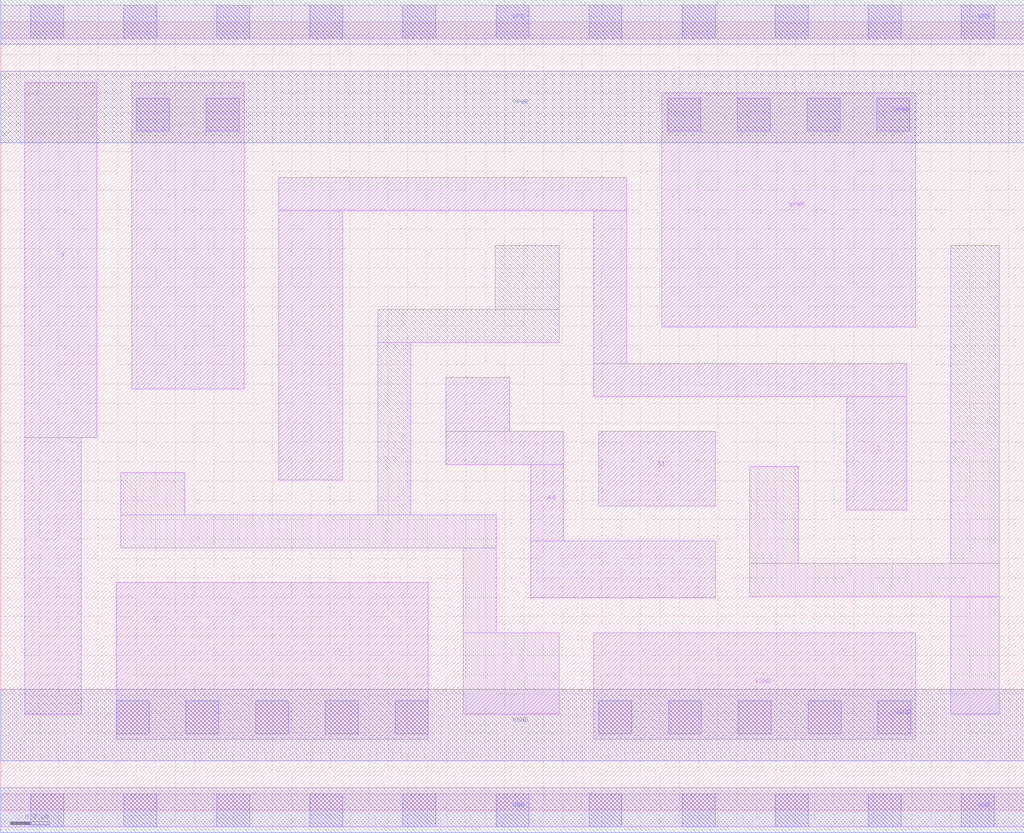
<source format=lef>
# Copyright 2020 The SkyWater PDK Authors
#
# Licensed under the Apache License, Version 2.0 (the "License");
# you may not use this file except in compliance with the License.
# You may obtain a copy of the License at
#
#     https://www.apache.org/licenses/LICENSE-2.0
#
# Unless required by applicable law or agreed to in writing, software
# distributed under the License is distributed on an "AS IS" BASIS,
# WITHOUT WARRANTIES OR CONDITIONS OF ANY KIND, either express or implied.
# See the License for the specific language governing permissions and
# limitations under the License.
#
# SPDX-License-Identifier: Apache-2.0

VERSION 5.7 ;
  NAMESCASESENSITIVE ON ;
  NOWIREEXTENSIONATPIN ON ;
  DIVIDERCHAR "/" ;
  BUSBITCHARS "[]" ;
UNITS
  DATABASE MICRONS 200 ;
END UNITS
MACRO sky130_fd_sc_hvl__mux2_1
  CLASS CORE ;
  SOURCE USER ;
  FOREIGN sky130_fd_sc_hvl__mux2_1 ;
  ORIGIN  0.000000  0.000000 ;
  SIZE  5.280000 BY  4.070000 ;
  SYMMETRY X Y ;
  SITE unithv ;
  PIN A0
    ANTENNAGATEAREA  0.420000 ;
    DIRECTION INPUT ;
    USE SIGNAL ;
    PORT
      LAYER li1 ;
        RECT 2.295000 1.785000 2.905000 1.955000 ;
        RECT 2.295000 1.955000 2.625000 2.235000 ;
        RECT 2.735000 1.095000 3.685000 1.390000 ;
        RECT 2.735000 1.390000 2.905000 1.785000 ;
    END
  END A0
  PIN A1
    ANTENNAGATEAREA  0.420000 ;
    DIRECTION INPUT ;
    USE SIGNAL ;
    PORT
      LAYER li1 ;
        RECT 3.085000 1.570000 3.685000 1.955000 ;
    END
  END A1
  PIN S
    ANTENNAGATEAREA  0.840000 ;
    DIRECTION INPUT ;
    USE SIGNAL ;
    PORT
      LAYER li1 ;
        RECT 1.435000 1.705000 1.765000 3.095000 ;
        RECT 1.435000 3.095000 3.230000 3.265000 ;
        RECT 3.060000 2.135000 4.675000 2.305000 ;
        RECT 3.060000 2.305000 3.230000 3.095000 ;
        RECT 4.365000 1.550000 4.675000 2.135000 ;
    END
  END S
  PIN X
    ANTENNADIFFAREA  0.641250 ;
    DIRECTION OUTPUT ;
    USE SIGNAL ;
    PORT
      LAYER li1 ;
        RECT 0.125000 0.495000 0.415000 1.925000 ;
        RECT 0.125000 1.925000 0.495000 3.755000 ;
    END
  END X
  PIN VGND
    DIRECTION INOUT ;
    USE GROUND ;
    PORT
      LAYER li1 ;
        RECT 0.595000 0.365000 2.205000 1.175000 ;
        RECT 3.060000 0.365000 4.720000 0.915000 ;
      LAYER mcon ;
        RECT 0.595000 0.395000 0.765000 0.565000 ;
        RECT 0.955000 0.395000 1.125000 0.565000 ;
        RECT 1.315000 0.395000 1.485000 0.565000 ;
        RECT 1.675000 0.395000 1.845000 0.565000 ;
        RECT 2.035000 0.395000 2.205000 0.565000 ;
        RECT 3.085000 0.395000 3.255000 0.565000 ;
        RECT 3.445000 0.395000 3.615000 0.565000 ;
        RECT 3.805000 0.395000 3.975000 0.565000 ;
        RECT 4.165000 0.395000 4.335000 0.565000 ;
        RECT 4.525000 0.395000 4.695000 0.565000 ;
      LAYER met1 ;
        RECT 0.000000 0.255000 5.280000 0.625000 ;
    END
  END VGND
  PIN VNB
    DIRECTION INOUT ;
    USE GROUND ;
    PORT
      LAYER li1 ;
        RECT 0.000000 -0.085000 5.280000 0.085000 ;
      LAYER mcon ;
        RECT 0.155000 -0.085000 0.325000 0.085000 ;
        RECT 0.635000 -0.085000 0.805000 0.085000 ;
        RECT 1.115000 -0.085000 1.285000 0.085000 ;
        RECT 1.595000 -0.085000 1.765000 0.085000 ;
        RECT 2.075000 -0.085000 2.245000 0.085000 ;
        RECT 2.555000 -0.085000 2.725000 0.085000 ;
        RECT 3.035000 -0.085000 3.205000 0.085000 ;
        RECT 3.515000 -0.085000 3.685000 0.085000 ;
        RECT 3.995000 -0.085000 4.165000 0.085000 ;
        RECT 4.475000 -0.085000 4.645000 0.085000 ;
        RECT 4.955000 -0.085000 5.125000 0.085000 ;
      LAYER met1 ;
        RECT 0.000000 -0.115000 5.280000 0.115000 ;
    END
  END VNB
  PIN VPB
    DIRECTION INOUT ;
    USE POWER ;
    PORT
      LAYER li1 ;
        RECT 0.000000 3.985000 5.280000 4.155000 ;
      LAYER mcon ;
        RECT 0.155000 3.985000 0.325000 4.155000 ;
        RECT 0.635000 3.985000 0.805000 4.155000 ;
        RECT 1.115000 3.985000 1.285000 4.155000 ;
        RECT 1.595000 3.985000 1.765000 4.155000 ;
        RECT 2.075000 3.985000 2.245000 4.155000 ;
        RECT 2.555000 3.985000 2.725000 4.155000 ;
        RECT 3.035000 3.985000 3.205000 4.155000 ;
        RECT 3.515000 3.985000 3.685000 4.155000 ;
        RECT 3.995000 3.985000 4.165000 4.155000 ;
        RECT 4.475000 3.985000 4.645000 4.155000 ;
        RECT 4.955000 3.985000 5.125000 4.155000 ;
      LAYER met1 ;
        RECT 0.000000 3.955000 5.280000 4.185000 ;
    END
  END VPB
  PIN VPWR
    DIRECTION INOUT ;
    USE POWER ;
    PORT
      LAYER li1 ;
        RECT 0.675000 2.175000 1.255000 3.755000 ;
        RECT 3.410000 2.495000 4.720000 3.705000 ;
      LAYER mcon ;
        RECT 0.700000 3.505000 0.870000 3.675000 ;
        RECT 1.060000 3.505000 1.230000 3.675000 ;
        RECT 3.440000 3.505000 3.610000 3.675000 ;
        RECT 3.800000 3.505000 3.970000 3.675000 ;
        RECT 4.160000 3.505000 4.330000 3.675000 ;
        RECT 4.520000 3.505000 4.690000 3.675000 ;
      LAYER met1 ;
        RECT 0.000000 3.445000 5.280000 3.815000 ;
    END
  END VPWR
  OBS
    LAYER li1 ;
      RECT 0.620000 1.355000 2.555000 1.525000 ;
      RECT 0.620000 1.525000 0.950000 1.745000 ;
      RECT 1.945000 1.525000 2.115000 2.415000 ;
      RECT 1.945000 2.415000 2.880000 2.585000 ;
      RECT 2.385000 0.495000 2.880000 0.915000 ;
      RECT 2.385000 0.915000 2.555000 1.355000 ;
      RECT 2.550000 2.585000 2.880000 2.915000 ;
      RECT 3.865000 1.105000 5.150000 1.275000 ;
      RECT 3.865000 1.275000 4.115000 1.775000 ;
      RECT 4.900000 0.495000 5.150000 1.105000 ;
      RECT 4.900000 1.275000 5.150000 2.915000 ;
  END
END sky130_fd_sc_hvl__mux2_1

</source>
